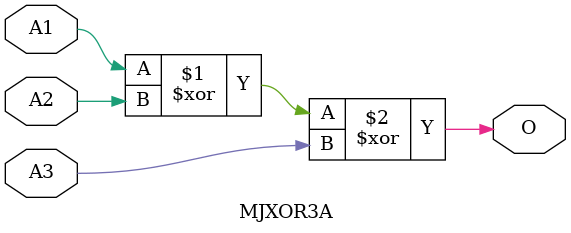
<source format=v>
module MJXOR3A(A1, A2, A3, O);
input   A1;
input   A2;
input   A3;
output  O;
xor g0(O, A1, A2, A3);
endmodule
</source>
